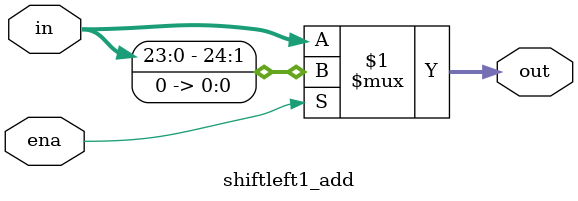
<source format=v>
module shiftleft_add(in, nshiftleft, out);

input	[24:0]	in;
input	[4:0]	nshiftleft;
output	[24:0]	out;

wire	[24:0]	temp1, temp2, temp3, temp4;

shiftleft16_add shift_1(.in(in), .ena(nshiftleft[4]), .out(temp1));
shiftleft8_add  shift_2(.in(temp1), .ena(nshiftleft[3]), .out(temp2));
shiftleft4_add  shift_3(.in(temp2), .ena(nshiftleft[2]), .out(temp3));
shiftleft2_add  shift_4(.in(temp3), .ena(nshiftleft[1]), .out(temp4));
shiftleft1_add  shift_5(.in(temp4), .ena(nshiftleft[0]), .out(out));

endmodule

/////////////////////////////////////////////////////////////////////

module	shiftleft16_add(in, ena, out);

input	[24:0]	in;
input			ena;
output	[24:0]	out;

assign out = ena?{in[8:0],16'b0}:in;
endmodule

module	shiftleft8_add(in, ena, out);

input	[24:0]	in;
input			ena;
output	[24:0]	out;

assign out = ena?{in[16:0],8'b0}:in;
endmodule

/////////////////////////////////////////////////////////////////////

module	shiftleft4_add(in, ena, out);

input	[24:0]	in;
input			ena;
output	[24:0]	out;

assign out = ena?{in[20:0],4'b0}:in;
endmodule

/////////////////////////////////////////////////////////////////////

module	shiftleft2_add(in, ena, out);

input	[24:0]	in;
input			ena;
output	[24:0]	out;

assign out = ena?{in[22:0],2'b0}:in;
endmodule

/////////////////////////////////////////////////////////////////////

module	shiftleft1_add(in, ena, out);

input	[24:0]	in;
input			ena;
output	[24:0]	out;

assign out = ena?{in[23:0],1'b0}:in;
endmodule
</source>
